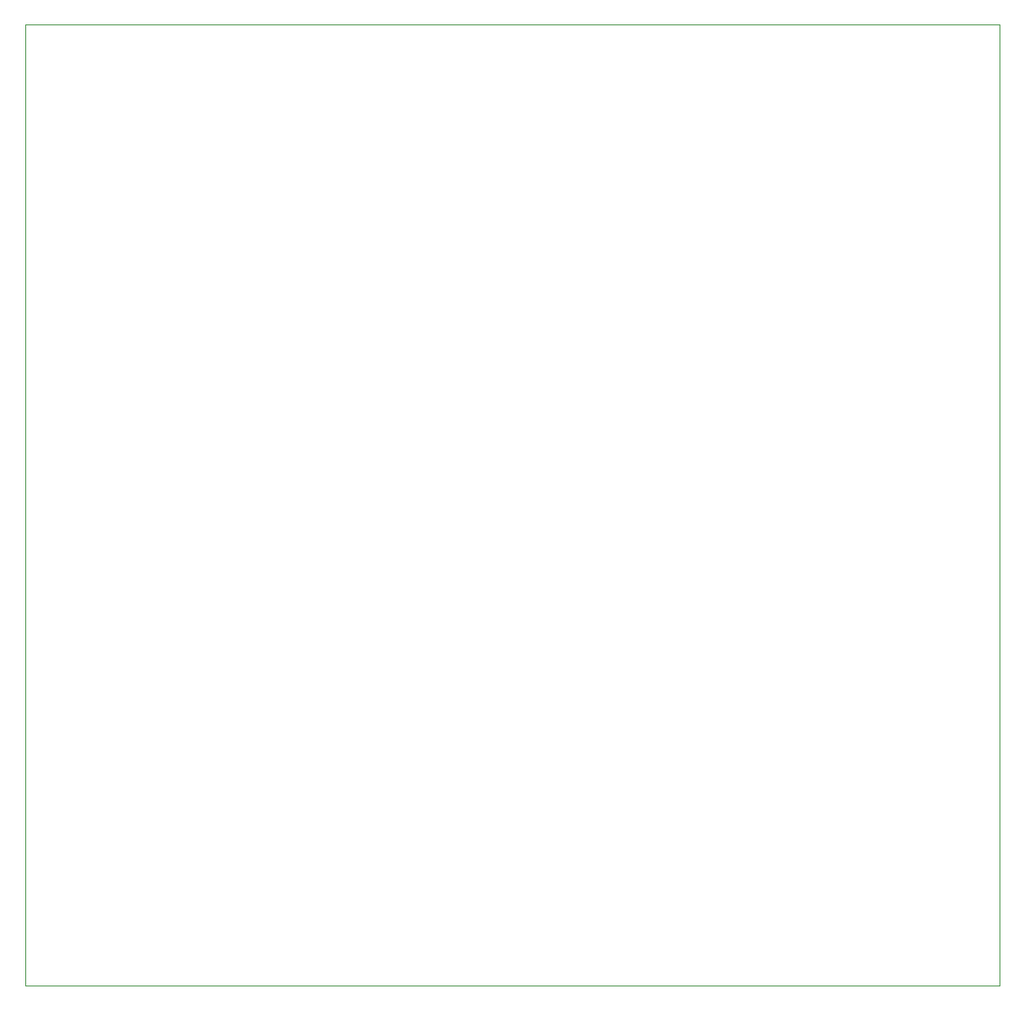
<source format=gm1>
G04 #@! TF.GenerationSoftware,KiCad,Pcbnew,(5.1.4)-1*
G04 #@! TF.CreationDate,2020-01-15T00:46:40+09:00*
G04 #@! TF.ProjectId,m5fm,6d35666d-2e6b-4696-9361-645f70636258,rev?*
G04 #@! TF.SameCoordinates,Original*
G04 #@! TF.FileFunction,Profile,NP*
%FSLAX46Y46*%
G04 Gerber Fmt 4.6, Leading zero omitted, Abs format (unit mm)*
G04 Created by KiCad (PCBNEW (5.1.4)-1) date 2020-01-15 00:46:40*
%MOMM*%
%LPD*%
G04 APERTURE LIST*
%ADD10C,0.100000*%
G04 APERTURE END LIST*
D10*
X160020000Y-27940000D02*
X62230000Y-27940000D01*
X160020000Y-124460000D02*
X160020000Y-27940000D01*
X62230000Y-124460000D02*
X160020000Y-124460000D01*
X62230000Y-27940000D02*
X62230000Y-124460000D01*
M02*

</source>
